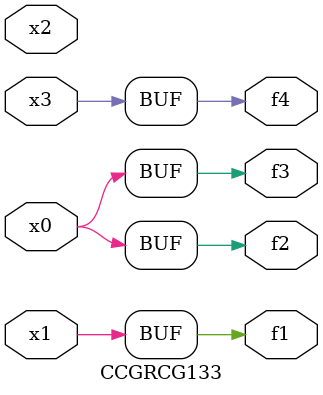
<source format=v>
module CCGRCG133(
	input x0, x1, x2, x3,
	output f1, f2, f3, f4
);
	assign f1 = x1;
	assign f2 = x0;
	assign f3 = x0;
	assign f4 = x3;
endmodule

</source>
